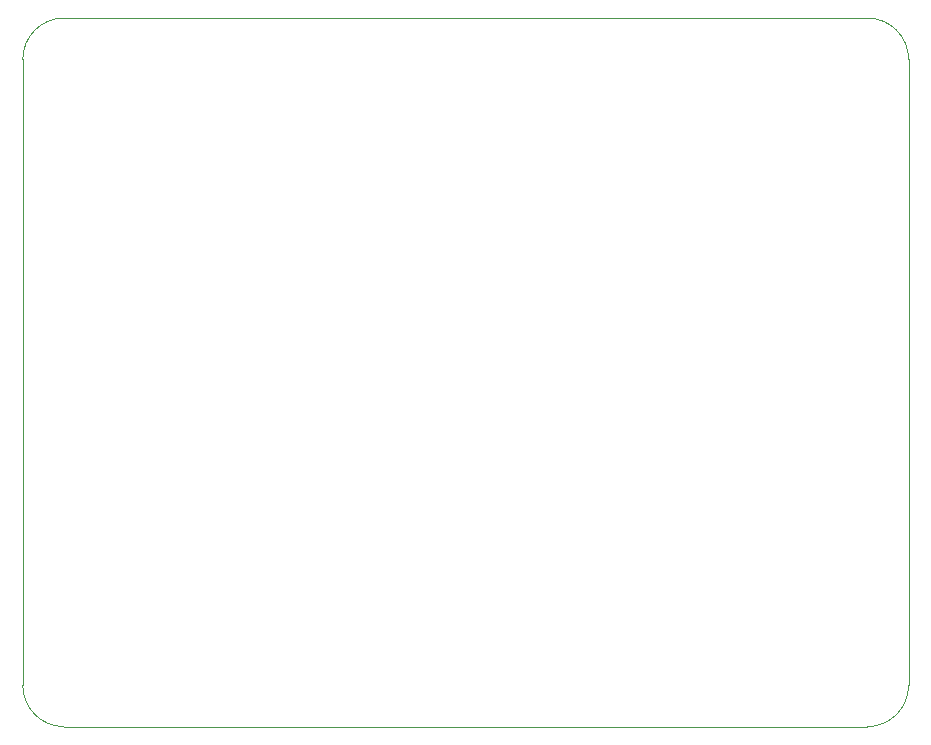
<source format=gbr>
%TF.GenerationSoftware,KiCad,Pcbnew,(6.0.8-1)-1*%
%TF.CreationDate,2022-11-20T20:32:37+00:00*%
%TF.ProjectId,esp32-network-dac,65737033-322d-46e6-9574-776f726b2d64,0.1*%
%TF.SameCoordinates,Original*%
%TF.FileFunction,Profile,NP*%
%FSLAX46Y46*%
G04 Gerber Fmt 4.6, Leading zero omitted, Abs format (unit mm)*
G04 Created by KiCad (PCBNEW (6.0.8-1)-1) date 2022-11-20 20:32:37*
%MOMM*%
%LPD*%
G01*
G04 APERTURE LIST*
%TA.AperFunction,Profile*%
%ADD10C,0.100000*%
%TD*%
G04 APERTURE END LIST*
D10*
X165000000Y-126500000D02*
G75*
G03*
X168500000Y-123000000I0J3500000D01*
G01*
X93500000Y-123000000D02*
G75*
G03*
X97000000Y-126500000I3500000J0D01*
G01*
X97000000Y-66500000D02*
G75*
G03*
X93500000Y-70000000I0J-3500000D01*
G01*
X168500000Y-70000000D02*
G75*
G03*
X165000000Y-66500000I-3500000J0D01*
G01*
X93500000Y-70000000D02*
X93500000Y-123000000D01*
X97000000Y-66500000D02*
X165000000Y-66500000D01*
X168500000Y-70000000D02*
X168500000Y-123000000D01*
X165000000Y-126500000D02*
X97000000Y-126500000D01*
M02*

</source>
